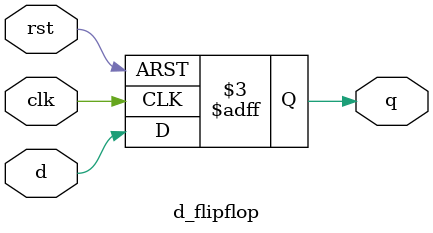
<source format=sv>
module grupo06(input w, clk, rst, output reg z);

  reg [1:0] y;
  parameter [1:0] A = 2'b00, B = 2'b01, C = 2'b10, D = 2'b11;

  
  always @(posedge clk or negedge rst) begin
    if (!rst)
      y <= A;
    else begin
      case (y)
        A: y <= w ? B : A;
        B: y <= w ? B : C;
        C: y <= w ? D : A;
        D: y <= w ? B : A;
        default: y <= A;
      endcase

      
      z <= (y == D);
    end
  end

endmodule


/////////////////////////////////Estrutural////////////////////////////////////////////////

module grupo06Estrutual(input w, clk, rst, output z);

  wire [1:0] y;
  wire [1:0] Y;

  
  fsm_logic fsm(.y(y), .w(w), .Y(Y));

  
  d_flipflop ff0(.d(Y[0]), .clk(clk), .rst(rst), .q(y[0]));
  d_flipflop ff1(.d(Y[1]), .clk(clk), .rst(rst), .q(y[1]));

  
  assign z = (y == 2'b11);

endmodule

// circuito logico CC
module fsm_logic(input [1:0] y, input w, output reg [1:0] Y);
  parameter [1:0] A = 2'b00, B = 2'b01, C = 2'b10, D = 2'b11;

  always @(*) begin
    case (y)
      A: Y = w ? B : A;
      B: Y = w ? B : C;
      C: Y = w ? D : A;
      D: Y = w ? B : A;
      default: Y = 2'bxx;
    endcase
  end
endmodule

// Flip Flop
module d_flipflop(input d, clk, rst, output reg q);
  always @(posedge clk or negedge rst) begin
    if (!rst)
      q <= 0;
    else
      q <= d;
  end
endmodule
// Prof luciano deixou (;
  


</source>
